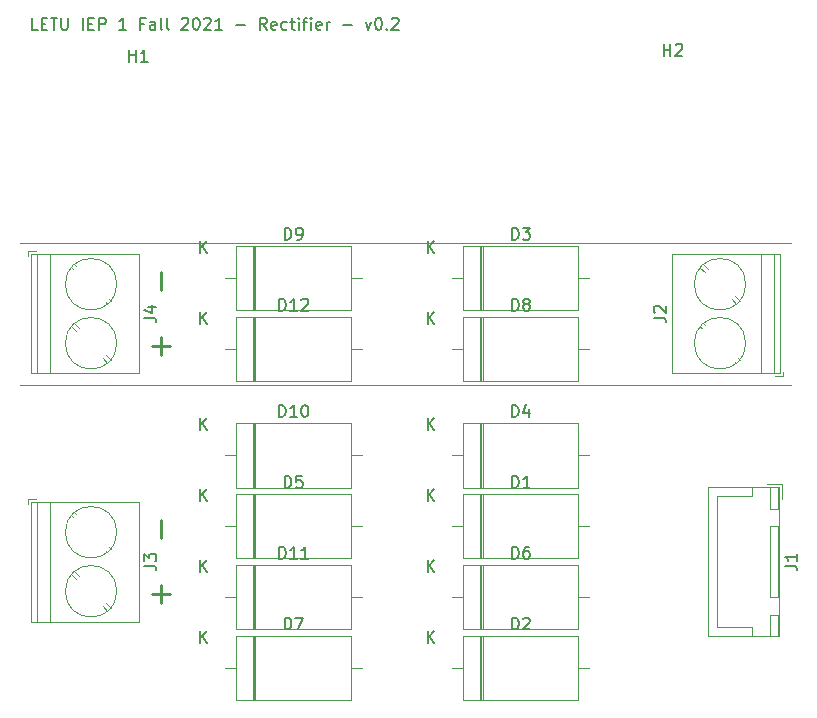
<source format=gto>
G04 #@! TF.GenerationSoftware,KiCad,Pcbnew,5.1.10*
G04 #@! TF.CreationDate,2021-06-04T18:58:03-05:00*
G04 #@! TF.ProjectId,Rectifier,52656374-6966-4696-9572-2e6b69636164,rev?*
G04 #@! TF.SameCoordinates,Original*
G04 #@! TF.FileFunction,Legend,Top*
G04 #@! TF.FilePolarity,Positive*
%FSLAX46Y46*%
G04 Gerber Fmt 4.6, Leading zero omitted, Abs format (unit mm)*
G04 Created by KiCad (PCBNEW 5.1.10) date 2021-06-04 18:58:03*
%MOMM*%
%LPD*%
G01*
G04 APERTURE LIST*
%ADD10C,0.250000*%
%ADD11C,0.150000*%
%ADD12C,0.120000*%
%ADD13C,0.900000*%
%ADD14C,10.600000*%
%ADD15C,2.600000*%
%ADD16R,2.600000X2.600000*%
%ADD17O,1.950000X1.700000*%
%ADD18O,3.200000X3.200000*%
%ADD19R,3.200000X3.200000*%
G04 APERTURE END LIST*
D10*
X132142857Y-79023809D02*
X132142857Y-77500000D01*
X132904761Y-78261904D02*
X131380952Y-78261904D01*
X132142857Y-73500000D02*
X132142857Y-71976190D01*
X132142857Y-58023809D02*
X132142857Y-56500000D01*
X132904761Y-57261904D02*
X131380952Y-57261904D01*
X132142857Y-52500000D02*
X132142857Y-50976190D01*
D11*
X121726190Y-30452380D02*
X121250000Y-30452380D01*
X121250000Y-29452380D01*
X122059523Y-29928571D02*
X122392857Y-29928571D01*
X122535714Y-30452380D02*
X122059523Y-30452380D01*
X122059523Y-29452380D01*
X122535714Y-29452380D01*
X122821428Y-29452380D02*
X123392857Y-29452380D01*
X123107142Y-30452380D02*
X123107142Y-29452380D01*
X123726190Y-29452380D02*
X123726190Y-30261904D01*
X123773809Y-30357142D01*
X123821428Y-30404761D01*
X123916666Y-30452380D01*
X124107142Y-30452380D01*
X124202380Y-30404761D01*
X124250000Y-30357142D01*
X124297619Y-30261904D01*
X124297619Y-29452380D01*
X125535714Y-30452380D02*
X125535714Y-29452380D01*
X126011904Y-29928571D02*
X126345238Y-29928571D01*
X126488095Y-30452380D02*
X126011904Y-30452380D01*
X126011904Y-29452380D01*
X126488095Y-29452380D01*
X126916666Y-30452380D02*
X126916666Y-29452380D01*
X127297619Y-29452380D01*
X127392857Y-29500000D01*
X127440476Y-29547619D01*
X127488095Y-29642857D01*
X127488095Y-29785714D01*
X127440476Y-29880952D01*
X127392857Y-29928571D01*
X127297619Y-29976190D01*
X126916666Y-29976190D01*
X129202380Y-30452380D02*
X128630952Y-30452380D01*
X128916666Y-30452380D02*
X128916666Y-29452380D01*
X128821428Y-29595238D01*
X128726190Y-29690476D01*
X128630952Y-29738095D01*
X130726190Y-29928571D02*
X130392857Y-29928571D01*
X130392857Y-30452380D02*
X130392857Y-29452380D01*
X130869047Y-29452380D01*
X131678571Y-30452380D02*
X131678571Y-29928571D01*
X131630952Y-29833333D01*
X131535714Y-29785714D01*
X131345238Y-29785714D01*
X131250000Y-29833333D01*
X131678571Y-30404761D02*
X131583333Y-30452380D01*
X131345238Y-30452380D01*
X131250000Y-30404761D01*
X131202380Y-30309523D01*
X131202380Y-30214285D01*
X131250000Y-30119047D01*
X131345238Y-30071428D01*
X131583333Y-30071428D01*
X131678571Y-30023809D01*
X132297619Y-30452380D02*
X132202380Y-30404761D01*
X132154761Y-30309523D01*
X132154761Y-29452380D01*
X132821428Y-30452380D02*
X132726190Y-30404761D01*
X132678571Y-30309523D01*
X132678571Y-29452380D01*
X133916666Y-29547619D02*
X133964285Y-29500000D01*
X134059523Y-29452380D01*
X134297619Y-29452380D01*
X134392857Y-29500000D01*
X134440476Y-29547619D01*
X134488095Y-29642857D01*
X134488095Y-29738095D01*
X134440476Y-29880952D01*
X133869047Y-30452380D01*
X134488095Y-30452380D01*
X135107142Y-29452380D02*
X135202380Y-29452380D01*
X135297619Y-29500000D01*
X135345238Y-29547619D01*
X135392857Y-29642857D01*
X135440476Y-29833333D01*
X135440476Y-30071428D01*
X135392857Y-30261904D01*
X135345238Y-30357142D01*
X135297619Y-30404761D01*
X135202380Y-30452380D01*
X135107142Y-30452380D01*
X135011904Y-30404761D01*
X134964285Y-30357142D01*
X134916666Y-30261904D01*
X134869047Y-30071428D01*
X134869047Y-29833333D01*
X134916666Y-29642857D01*
X134964285Y-29547619D01*
X135011904Y-29500000D01*
X135107142Y-29452380D01*
X135821428Y-29547619D02*
X135869047Y-29500000D01*
X135964285Y-29452380D01*
X136202380Y-29452380D01*
X136297619Y-29500000D01*
X136345238Y-29547619D01*
X136392857Y-29642857D01*
X136392857Y-29738095D01*
X136345238Y-29880952D01*
X135773809Y-30452380D01*
X136392857Y-30452380D01*
X137345238Y-30452380D02*
X136773809Y-30452380D01*
X137059523Y-30452380D02*
X137059523Y-29452380D01*
X136964285Y-29595238D01*
X136869047Y-29690476D01*
X136773809Y-29738095D01*
X138535714Y-30071428D02*
X139297619Y-30071428D01*
X141107142Y-30452380D02*
X140773809Y-29976190D01*
X140535714Y-30452380D02*
X140535714Y-29452380D01*
X140916666Y-29452380D01*
X141011904Y-29500000D01*
X141059523Y-29547619D01*
X141107142Y-29642857D01*
X141107142Y-29785714D01*
X141059523Y-29880952D01*
X141011904Y-29928571D01*
X140916666Y-29976190D01*
X140535714Y-29976190D01*
X141916666Y-30404761D02*
X141821428Y-30452380D01*
X141630952Y-30452380D01*
X141535714Y-30404761D01*
X141488095Y-30309523D01*
X141488095Y-29928571D01*
X141535714Y-29833333D01*
X141630952Y-29785714D01*
X141821428Y-29785714D01*
X141916666Y-29833333D01*
X141964285Y-29928571D01*
X141964285Y-30023809D01*
X141488095Y-30119047D01*
X142821428Y-30404761D02*
X142726190Y-30452380D01*
X142535714Y-30452380D01*
X142440476Y-30404761D01*
X142392857Y-30357142D01*
X142345238Y-30261904D01*
X142345238Y-29976190D01*
X142392857Y-29880952D01*
X142440476Y-29833333D01*
X142535714Y-29785714D01*
X142726190Y-29785714D01*
X142821428Y-29833333D01*
X143107142Y-29785714D02*
X143488095Y-29785714D01*
X143250000Y-29452380D02*
X143250000Y-30309523D01*
X143297619Y-30404761D01*
X143392857Y-30452380D01*
X143488095Y-30452380D01*
X143821428Y-30452380D02*
X143821428Y-29785714D01*
X143821428Y-29452380D02*
X143773809Y-29500000D01*
X143821428Y-29547619D01*
X143869047Y-29500000D01*
X143821428Y-29452380D01*
X143821428Y-29547619D01*
X144154761Y-29785714D02*
X144535714Y-29785714D01*
X144297619Y-30452380D02*
X144297619Y-29595238D01*
X144345238Y-29500000D01*
X144440476Y-29452380D01*
X144535714Y-29452380D01*
X144869047Y-30452380D02*
X144869047Y-29785714D01*
X144869047Y-29452380D02*
X144821428Y-29500000D01*
X144869047Y-29547619D01*
X144916666Y-29500000D01*
X144869047Y-29452380D01*
X144869047Y-29547619D01*
X145726190Y-30404761D02*
X145630952Y-30452380D01*
X145440476Y-30452380D01*
X145345238Y-30404761D01*
X145297619Y-30309523D01*
X145297619Y-29928571D01*
X145345238Y-29833333D01*
X145440476Y-29785714D01*
X145630952Y-29785714D01*
X145726190Y-29833333D01*
X145773809Y-29928571D01*
X145773809Y-30023809D01*
X145297619Y-30119047D01*
X146202380Y-30452380D02*
X146202380Y-29785714D01*
X146202380Y-29976190D02*
X146250000Y-29880952D01*
X146297619Y-29833333D01*
X146392857Y-29785714D01*
X146488095Y-29785714D01*
X147583333Y-30071428D02*
X148345238Y-30071428D01*
X149488095Y-29785714D02*
X149726190Y-30452380D01*
X149964285Y-29785714D01*
X150535714Y-29452380D02*
X150630952Y-29452380D01*
X150726190Y-29500000D01*
X150773809Y-29547619D01*
X150821428Y-29642857D01*
X150869047Y-29833333D01*
X150869047Y-30071428D01*
X150821428Y-30261904D01*
X150773809Y-30357142D01*
X150726190Y-30404761D01*
X150630952Y-30452380D01*
X150535714Y-30452380D01*
X150440476Y-30404761D01*
X150392857Y-30357142D01*
X150345238Y-30261904D01*
X150297619Y-30071428D01*
X150297619Y-29833333D01*
X150345238Y-29642857D01*
X150392857Y-29547619D01*
X150440476Y-29500000D01*
X150535714Y-29452380D01*
X151297619Y-30357142D02*
X151345238Y-30404761D01*
X151297619Y-30452380D01*
X151250000Y-30404761D01*
X151297619Y-30357142D01*
X151297619Y-30452380D01*
X151726190Y-29547619D02*
X151773809Y-29500000D01*
X151869047Y-29452380D01*
X152107142Y-29452380D01*
X152202380Y-29500000D01*
X152250000Y-29547619D01*
X152297619Y-29642857D01*
X152297619Y-29738095D01*
X152250000Y-29880952D01*
X151678571Y-30452380D01*
X152297619Y-30452380D01*
D12*
X185500000Y-60500000D02*
X120250000Y-60500000D01*
X185500000Y-48500000D02*
X120250000Y-48500000D01*
X120950000Y-49200000D02*
X120950000Y-49600000D01*
X121590000Y-49200000D02*
X120950000Y-49200000D01*
X125258000Y-55742000D02*
X124862000Y-55347000D01*
X127904000Y-58388000D02*
X127524000Y-58008000D01*
X124976000Y-55993000D02*
X124596000Y-55613000D01*
X127638000Y-58654000D02*
X127242000Y-58259000D01*
X124969000Y-50452000D02*
X124862000Y-50346000D01*
X127904000Y-53388000D02*
X127797000Y-53281000D01*
X124703000Y-50718000D02*
X124596000Y-50612000D01*
X127638000Y-53654000D02*
X127531000Y-53547000D01*
X130310000Y-59560000D02*
X121190000Y-59560000D01*
X130310000Y-49440000D02*
X121190000Y-49440000D01*
X121190000Y-49440000D02*
X121190000Y-59560000D01*
X130310000Y-49440000D02*
X130310000Y-59560000D01*
X122750000Y-49440000D02*
X122750000Y-59560000D01*
X121650000Y-49440000D02*
X121650000Y-59560000D01*
X128430000Y-57000000D02*
G75*
G03*
X128430000Y-57000000I-2180000J0D01*
G01*
X128430000Y-52000000D02*
G75*
G03*
X128430000Y-52000000I-2180000J0D01*
G01*
X120950000Y-70200000D02*
X120950000Y-70600000D01*
X121590000Y-70200000D02*
X120950000Y-70200000D01*
X125258000Y-76742000D02*
X124862000Y-76347000D01*
X127904000Y-79388000D02*
X127524000Y-79008000D01*
X124976000Y-76993000D02*
X124596000Y-76613000D01*
X127638000Y-79654000D02*
X127242000Y-79259000D01*
X124969000Y-71452000D02*
X124862000Y-71346000D01*
X127904000Y-74388000D02*
X127797000Y-74281000D01*
X124703000Y-71718000D02*
X124596000Y-71612000D01*
X127638000Y-74654000D02*
X127531000Y-74547000D01*
X130310000Y-80560000D02*
X121190000Y-80560000D01*
X130310000Y-70440000D02*
X121190000Y-70440000D01*
X121190000Y-70440000D02*
X121190000Y-80560000D01*
X130310000Y-70440000D02*
X130310000Y-80560000D01*
X122750000Y-70440000D02*
X122750000Y-80560000D01*
X121650000Y-70440000D02*
X121650000Y-80560000D01*
X128430000Y-78000000D02*
G75*
G03*
X128430000Y-78000000I-2180000J0D01*
G01*
X128430000Y-73000000D02*
G75*
G03*
X128430000Y-73000000I-2180000J0D01*
G01*
X184800000Y-59800000D02*
X184800000Y-59400000D01*
X184160000Y-59800000D02*
X184800000Y-59800000D01*
X180492000Y-53258000D02*
X180888000Y-53653000D01*
X177846000Y-50612000D02*
X178226000Y-50992000D01*
X180774000Y-53007000D02*
X181154000Y-53387000D01*
X178112000Y-50346000D02*
X178508000Y-50741000D01*
X180781000Y-58548000D02*
X180888000Y-58654000D01*
X177846000Y-55612000D02*
X177953000Y-55719000D01*
X181047000Y-58282000D02*
X181154000Y-58388000D01*
X178112000Y-55346000D02*
X178219000Y-55453000D01*
X175440000Y-49440000D02*
X184560000Y-49440000D01*
X175440000Y-59560000D02*
X184560000Y-59560000D01*
X184560000Y-59560000D02*
X184560000Y-49440000D01*
X175440000Y-59560000D02*
X175440000Y-49440000D01*
X183000000Y-59560000D02*
X183000000Y-49440000D01*
X184100000Y-59560000D02*
X184100000Y-49440000D01*
X181680000Y-52000000D02*
G75*
G03*
X181680000Y-52000000I-2180000J0D01*
G01*
X181680000Y-57000000D02*
G75*
G03*
X181680000Y-57000000I-2180000J0D01*
G01*
X184750000Y-68900000D02*
X183500000Y-68900000D01*
X184750000Y-70150000D02*
X184750000Y-68900000D01*
X179250000Y-81050000D02*
X179250000Y-75500000D01*
X182200000Y-81050000D02*
X179250000Y-81050000D01*
X182200000Y-81800000D02*
X182200000Y-81050000D01*
X179250000Y-69950000D02*
X179250000Y-75500000D01*
X182200000Y-69950000D02*
X179250000Y-69950000D01*
X182200000Y-69200000D02*
X182200000Y-69950000D01*
X184450000Y-81800000D02*
X184450000Y-80000000D01*
X183700000Y-81800000D02*
X184450000Y-81800000D01*
X183700000Y-80000000D02*
X183700000Y-81800000D01*
X184450000Y-80000000D02*
X183700000Y-80000000D01*
X184450000Y-71000000D02*
X184450000Y-69200000D01*
X183700000Y-71000000D02*
X184450000Y-71000000D01*
X183700000Y-69200000D02*
X183700000Y-71000000D01*
X184450000Y-69200000D02*
X183700000Y-69200000D01*
X184450000Y-78500000D02*
X184450000Y-72500000D01*
X183700000Y-78500000D02*
X184450000Y-78500000D01*
X183700000Y-72500000D02*
X183700000Y-78500000D01*
X184450000Y-72500000D02*
X183700000Y-72500000D01*
X184460000Y-81810000D02*
X184460000Y-69190000D01*
X178490000Y-81810000D02*
X184460000Y-81810000D01*
X178490000Y-69190000D02*
X178490000Y-81810000D01*
X184460000Y-69190000D02*
X178490000Y-69190000D01*
X139925000Y-54780000D02*
X139925000Y-60220000D01*
X140165000Y-54780000D02*
X140165000Y-60220000D01*
X140045000Y-54780000D02*
X140045000Y-60220000D01*
X149150000Y-57500000D02*
X148240000Y-57500000D01*
X137590000Y-57500000D02*
X138500000Y-57500000D01*
X148240000Y-54780000D02*
X138500000Y-54780000D01*
X148240000Y-60220000D02*
X148240000Y-54780000D01*
X138500000Y-60220000D02*
X148240000Y-60220000D01*
X138500000Y-54780000D02*
X138500000Y-60220000D01*
X139925000Y-75780000D02*
X139925000Y-81220000D01*
X140165000Y-75780000D02*
X140165000Y-81220000D01*
X140045000Y-75780000D02*
X140045000Y-81220000D01*
X149150000Y-78500000D02*
X148240000Y-78500000D01*
X137590000Y-78500000D02*
X138500000Y-78500000D01*
X148240000Y-75780000D02*
X138500000Y-75780000D01*
X148240000Y-81220000D02*
X148240000Y-75780000D01*
X138500000Y-81220000D02*
X148240000Y-81220000D01*
X138500000Y-75780000D02*
X138500000Y-81220000D01*
X139925000Y-63780000D02*
X139925000Y-69220000D01*
X140165000Y-63780000D02*
X140165000Y-69220000D01*
X140045000Y-63780000D02*
X140045000Y-69220000D01*
X149150000Y-66500000D02*
X148240000Y-66500000D01*
X137590000Y-66500000D02*
X138500000Y-66500000D01*
X148240000Y-63780000D02*
X138500000Y-63780000D01*
X148240000Y-69220000D02*
X148240000Y-63780000D01*
X138500000Y-69220000D02*
X148240000Y-69220000D01*
X138500000Y-63780000D02*
X138500000Y-69220000D01*
X139925000Y-48780000D02*
X139925000Y-54220000D01*
X140165000Y-48780000D02*
X140165000Y-54220000D01*
X140045000Y-48780000D02*
X140045000Y-54220000D01*
X149150000Y-51500000D02*
X148240000Y-51500000D01*
X137590000Y-51500000D02*
X138500000Y-51500000D01*
X148240000Y-48780000D02*
X138500000Y-48780000D01*
X148240000Y-54220000D02*
X148240000Y-48780000D01*
X138500000Y-54220000D02*
X148240000Y-54220000D01*
X138500000Y-48780000D02*
X138500000Y-54220000D01*
X159175000Y-54780000D02*
X159175000Y-60220000D01*
X159415000Y-54780000D02*
X159415000Y-60220000D01*
X159295000Y-54780000D02*
X159295000Y-60220000D01*
X168400000Y-57500000D02*
X167490000Y-57500000D01*
X156840000Y-57500000D02*
X157750000Y-57500000D01*
X167490000Y-54780000D02*
X157750000Y-54780000D01*
X167490000Y-60220000D02*
X167490000Y-54780000D01*
X157750000Y-60220000D02*
X167490000Y-60220000D01*
X157750000Y-54780000D02*
X157750000Y-60220000D01*
X139925000Y-81780000D02*
X139925000Y-87220000D01*
X140165000Y-81780000D02*
X140165000Y-87220000D01*
X140045000Y-81780000D02*
X140045000Y-87220000D01*
X149150000Y-84500000D02*
X148240000Y-84500000D01*
X137590000Y-84500000D02*
X138500000Y-84500000D01*
X148240000Y-81780000D02*
X138500000Y-81780000D01*
X148240000Y-87220000D02*
X148240000Y-81780000D01*
X138500000Y-87220000D02*
X148240000Y-87220000D01*
X138500000Y-81780000D02*
X138500000Y-87220000D01*
X159175000Y-75780000D02*
X159175000Y-81220000D01*
X159415000Y-75780000D02*
X159415000Y-81220000D01*
X159295000Y-75780000D02*
X159295000Y-81220000D01*
X168400000Y-78500000D02*
X167490000Y-78500000D01*
X156840000Y-78500000D02*
X157750000Y-78500000D01*
X167490000Y-75780000D02*
X157750000Y-75780000D01*
X167490000Y-81220000D02*
X167490000Y-75780000D01*
X157750000Y-81220000D02*
X167490000Y-81220000D01*
X157750000Y-75780000D02*
X157750000Y-81220000D01*
X139925000Y-69780000D02*
X139925000Y-75220000D01*
X140165000Y-69780000D02*
X140165000Y-75220000D01*
X140045000Y-69780000D02*
X140045000Y-75220000D01*
X149150000Y-72500000D02*
X148240000Y-72500000D01*
X137590000Y-72500000D02*
X138500000Y-72500000D01*
X148240000Y-69780000D02*
X138500000Y-69780000D01*
X148240000Y-75220000D02*
X148240000Y-69780000D01*
X138500000Y-75220000D02*
X148240000Y-75220000D01*
X138500000Y-69780000D02*
X138500000Y-75220000D01*
X159175000Y-63780000D02*
X159175000Y-69220000D01*
X159415000Y-63780000D02*
X159415000Y-69220000D01*
X159295000Y-63780000D02*
X159295000Y-69220000D01*
X168400000Y-66500000D02*
X167490000Y-66500000D01*
X156840000Y-66500000D02*
X157750000Y-66500000D01*
X167490000Y-63780000D02*
X157750000Y-63780000D01*
X167490000Y-69220000D02*
X167490000Y-63780000D01*
X157750000Y-69220000D02*
X167490000Y-69220000D01*
X157750000Y-63780000D02*
X157750000Y-69220000D01*
X159175000Y-48780000D02*
X159175000Y-54220000D01*
X159415000Y-48780000D02*
X159415000Y-54220000D01*
X159295000Y-48780000D02*
X159295000Y-54220000D01*
X168400000Y-51500000D02*
X167490000Y-51500000D01*
X156840000Y-51500000D02*
X157750000Y-51500000D01*
X167490000Y-48780000D02*
X157750000Y-48780000D01*
X167490000Y-54220000D02*
X167490000Y-48780000D01*
X157750000Y-54220000D02*
X167490000Y-54220000D01*
X157750000Y-48780000D02*
X157750000Y-54220000D01*
X159175000Y-81780000D02*
X159175000Y-87220000D01*
X159415000Y-81780000D02*
X159415000Y-87220000D01*
X159295000Y-81780000D02*
X159295000Y-87220000D01*
X168400000Y-84500000D02*
X167490000Y-84500000D01*
X156840000Y-84500000D02*
X157750000Y-84500000D01*
X167490000Y-81780000D02*
X157750000Y-81780000D01*
X167490000Y-87220000D02*
X167490000Y-81780000D01*
X157750000Y-87220000D02*
X167490000Y-87220000D01*
X157750000Y-81780000D02*
X157750000Y-87220000D01*
X159175000Y-69780000D02*
X159175000Y-75220000D01*
X159415000Y-69780000D02*
X159415000Y-75220000D01*
X159295000Y-69780000D02*
X159295000Y-75220000D01*
X168400000Y-72500000D02*
X167490000Y-72500000D01*
X156840000Y-72500000D02*
X157750000Y-72500000D01*
X167490000Y-69780000D02*
X157750000Y-69780000D01*
X167490000Y-75220000D02*
X167490000Y-69780000D01*
X157750000Y-75220000D02*
X167490000Y-75220000D01*
X157750000Y-69780000D02*
X157750000Y-75220000D01*
D11*
X174738095Y-32652380D02*
X174738095Y-31652380D01*
X174738095Y-32128571D02*
X175309523Y-32128571D01*
X175309523Y-32652380D02*
X175309523Y-31652380D01*
X175738095Y-31747619D02*
X175785714Y-31700000D01*
X175880952Y-31652380D01*
X176119047Y-31652380D01*
X176214285Y-31700000D01*
X176261904Y-31747619D01*
X176309523Y-31842857D01*
X176309523Y-31938095D01*
X176261904Y-32080952D01*
X175690476Y-32652380D01*
X176309523Y-32652380D01*
X129488095Y-33152380D02*
X129488095Y-32152380D01*
X129488095Y-32628571D02*
X130059523Y-32628571D01*
X130059523Y-33152380D02*
X130059523Y-32152380D01*
X131059523Y-33152380D02*
X130488095Y-33152380D01*
X130773809Y-33152380D02*
X130773809Y-32152380D01*
X130678571Y-32295238D01*
X130583333Y-32390476D01*
X130488095Y-32438095D01*
X130762380Y-54833333D02*
X131476666Y-54833333D01*
X131619523Y-54880952D01*
X131714761Y-54976190D01*
X131762380Y-55119047D01*
X131762380Y-55214285D01*
X131095714Y-53928571D02*
X131762380Y-53928571D01*
X130714761Y-54166666D02*
X131429047Y-54404761D01*
X131429047Y-53785714D01*
X130762380Y-75833333D02*
X131476666Y-75833333D01*
X131619523Y-75880952D01*
X131714761Y-75976190D01*
X131762380Y-76119047D01*
X131762380Y-76214285D01*
X130762380Y-75452380D02*
X130762380Y-74833333D01*
X131143333Y-75166666D01*
X131143333Y-75023809D01*
X131190952Y-74928571D01*
X131238571Y-74880952D01*
X131333809Y-74833333D01*
X131571904Y-74833333D01*
X131667142Y-74880952D01*
X131714761Y-74928571D01*
X131762380Y-75023809D01*
X131762380Y-75309523D01*
X131714761Y-75404761D01*
X131667142Y-75452380D01*
X173892380Y-54833333D02*
X174606666Y-54833333D01*
X174749523Y-54880952D01*
X174844761Y-54976190D01*
X174892380Y-55119047D01*
X174892380Y-55214285D01*
X173987619Y-54404761D02*
X173940000Y-54357142D01*
X173892380Y-54261904D01*
X173892380Y-54023809D01*
X173940000Y-53928571D01*
X173987619Y-53880952D01*
X174082857Y-53833333D01*
X174178095Y-53833333D01*
X174320952Y-53880952D01*
X174892380Y-54452380D01*
X174892380Y-53833333D01*
X185002380Y-75833333D02*
X185716666Y-75833333D01*
X185859523Y-75880952D01*
X185954761Y-75976190D01*
X186002380Y-76119047D01*
X186002380Y-76214285D01*
X186002380Y-74833333D02*
X186002380Y-75404761D01*
X186002380Y-75119047D02*
X185002380Y-75119047D01*
X185145238Y-75214285D01*
X185240476Y-75309523D01*
X185288095Y-75404761D01*
X142155714Y-54232380D02*
X142155714Y-53232380D01*
X142393809Y-53232380D01*
X142536666Y-53280000D01*
X142631904Y-53375238D01*
X142679523Y-53470476D01*
X142727142Y-53660952D01*
X142727142Y-53803809D01*
X142679523Y-53994285D01*
X142631904Y-54089523D01*
X142536666Y-54184761D01*
X142393809Y-54232380D01*
X142155714Y-54232380D01*
X143679523Y-54232380D02*
X143108095Y-54232380D01*
X143393809Y-54232380D02*
X143393809Y-53232380D01*
X143298571Y-53375238D01*
X143203333Y-53470476D01*
X143108095Y-53518095D01*
X144060476Y-53327619D02*
X144108095Y-53280000D01*
X144203333Y-53232380D01*
X144441428Y-53232380D01*
X144536666Y-53280000D01*
X144584285Y-53327619D01*
X144631904Y-53422857D01*
X144631904Y-53518095D01*
X144584285Y-53660952D01*
X144012857Y-54232380D01*
X144631904Y-54232380D01*
X135488095Y-55352380D02*
X135488095Y-54352380D01*
X136059523Y-55352380D02*
X135630952Y-54780952D01*
X136059523Y-54352380D02*
X135488095Y-54923809D01*
X142155714Y-75232380D02*
X142155714Y-74232380D01*
X142393809Y-74232380D01*
X142536666Y-74280000D01*
X142631904Y-74375238D01*
X142679523Y-74470476D01*
X142727142Y-74660952D01*
X142727142Y-74803809D01*
X142679523Y-74994285D01*
X142631904Y-75089523D01*
X142536666Y-75184761D01*
X142393809Y-75232380D01*
X142155714Y-75232380D01*
X143679523Y-75232380D02*
X143108095Y-75232380D01*
X143393809Y-75232380D02*
X143393809Y-74232380D01*
X143298571Y-74375238D01*
X143203333Y-74470476D01*
X143108095Y-74518095D01*
X144631904Y-75232380D02*
X144060476Y-75232380D01*
X144346190Y-75232380D02*
X144346190Y-74232380D01*
X144250952Y-74375238D01*
X144155714Y-74470476D01*
X144060476Y-74518095D01*
X135488095Y-76352380D02*
X135488095Y-75352380D01*
X136059523Y-76352380D02*
X135630952Y-75780952D01*
X136059523Y-75352380D02*
X135488095Y-75923809D01*
X142155714Y-63232380D02*
X142155714Y-62232380D01*
X142393809Y-62232380D01*
X142536666Y-62280000D01*
X142631904Y-62375238D01*
X142679523Y-62470476D01*
X142727142Y-62660952D01*
X142727142Y-62803809D01*
X142679523Y-62994285D01*
X142631904Y-63089523D01*
X142536666Y-63184761D01*
X142393809Y-63232380D01*
X142155714Y-63232380D01*
X143679523Y-63232380D02*
X143108095Y-63232380D01*
X143393809Y-63232380D02*
X143393809Y-62232380D01*
X143298571Y-62375238D01*
X143203333Y-62470476D01*
X143108095Y-62518095D01*
X144298571Y-62232380D02*
X144393809Y-62232380D01*
X144489047Y-62280000D01*
X144536666Y-62327619D01*
X144584285Y-62422857D01*
X144631904Y-62613333D01*
X144631904Y-62851428D01*
X144584285Y-63041904D01*
X144536666Y-63137142D01*
X144489047Y-63184761D01*
X144393809Y-63232380D01*
X144298571Y-63232380D01*
X144203333Y-63184761D01*
X144155714Y-63137142D01*
X144108095Y-63041904D01*
X144060476Y-62851428D01*
X144060476Y-62613333D01*
X144108095Y-62422857D01*
X144155714Y-62327619D01*
X144203333Y-62280000D01*
X144298571Y-62232380D01*
X135488095Y-64352380D02*
X135488095Y-63352380D01*
X136059523Y-64352380D02*
X135630952Y-63780952D01*
X136059523Y-63352380D02*
X135488095Y-63923809D01*
X142631904Y-48232380D02*
X142631904Y-47232380D01*
X142870000Y-47232380D01*
X143012857Y-47280000D01*
X143108095Y-47375238D01*
X143155714Y-47470476D01*
X143203333Y-47660952D01*
X143203333Y-47803809D01*
X143155714Y-47994285D01*
X143108095Y-48089523D01*
X143012857Y-48184761D01*
X142870000Y-48232380D01*
X142631904Y-48232380D01*
X143679523Y-48232380D02*
X143870000Y-48232380D01*
X143965238Y-48184761D01*
X144012857Y-48137142D01*
X144108095Y-47994285D01*
X144155714Y-47803809D01*
X144155714Y-47422857D01*
X144108095Y-47327619D01*
X144060476Y-47280000D01*
X143965238Y-47232380D01*
X143774761Y-47232380D01*
X143679523Y-47280000D01*
X143631904Y-47327619D01*
X143584285Y-47422857D01*
X143584285Y-47660952D01*
X143631904Y-47756190D01*
X143679523Y-47803809D01*
X143774761Y-47851428D01*
X143965238Y-47851428D01*
X144060476Y-47803809D01*
X144108095Y-47756190D01*
X144155714Y-47660952D01*
X135488095Y-49352380D02*
X135488095Y-48352380D01*
X136059523Y-49352380D02*
X135630952Y-48780952D01*
X136059523Y-48352380D02*
X135488095Y-48923809D01*
X161881904Y-54232380D02*
X161881904Y-53232380D01*
X162120000Y-53232380D01*
X162262857Y-53280000D01*
X162358095Y-53375238D01*
X162405714Y-53470476D01*
X162453333Y-53660952D01*
X162453333Y-53803809D01*
X162405714Y-53994285D01*
X162358095Y-54089523D01*
X162262857Y-54184761D01*
X162120000Y-54232380D01*
X161881904Y-54232380D01*
X163024761Y-53660952D02*
X162929523Y-53613333D01*
X162881904Y-53565714D01*
X162834285Y-53470476D01*
X162834285Y-53422857D01*
X162881904Y-53327619D01*
X162929523Y-53280000D01*
X163024761Y-53232380D01*
X163215238Y-53232380D01*
X163310476Y-53280000D01*
X163358095Y-53327619D01*
X163405714Y-53422857D01*
X163405714Y-53470476D01*
X163358095Y-53565714D01*
X163310476Y-53613333D01*
X163215238Y-53660952D01*
X163024761Y-53660952D01*
X162929523Y-53708571D01*
X162881904Y-53756190D01*
X162834285Y-53851428D01*
X162834285Y-54041904D01*
X162881904Y-54137142D01*
X162929523Y-54184761D01*
X163024761Y-54232380D01*
X163215238Y-54232380D01*
X163310476Y-54184761D01*
X163358095Y-54137142D01*
X163405714Y-54041904D01*
X163405714Y-53851428D01*
X163358095Y-53756190D01*
X163310476Y-53708571D01*
X163215238Y-53660952D01*
X154738095Y-55352380D02*
X154738095Y-54352380D01*
X155309523Y-55352380D02*
X154880952Y-54780952D01*
X155309523Y-54352380D02*
X154738095Y-54923809D01*
X142631904Y-81232380D02*
X142631904Y-80232380D01*
X142870000Y-80232380D01*
X143012857Y-80280000D01*
X143108095Y-80375238D01*
X143155714Y-80470476D01*
X143203333Y-80660952D01*
X143203333Y-80803809D01*
X143155714Y-80994285D01*
X143108095Y-81089523D01*
X143012857Y-81184761D01*
X142870000Y-81232380D01*
X142631904Y-81232380D01*
X143536666Y-80232380D02*
X144203333Y-80232380D01*
X143774761Y-81232380D01*
X135488095Y-82352380D02*
X135488095Y-81352380D01*
X136059523Y-82352380D02*
X135630952Y-81780952D01*
X136059523Y-81352380D02*
X135488095Y-81923809D01*
X161881904Y-75232380D02*
X161881904Y-74232380D01*
X162120000Y-74232380D01*
X162262857Y-74280000D01*
X162358095Y-74375238D01*
X162405714Y-74470476D01*
X162453333Y-74660952D01*
X162453333Y-74803809D01*
X162405714Y-74994285D01*
X162358095Y-75089523D01*
X162262857Y-75184761D01*
X162120000Y-75232380D01*
X161881904Y-75232380D01*
X163310476Y-74232380D02*
X163120000Y-74232380D01*
X163024761Y-74280000D01*
X162977142Y-74327619D01*
X162881904Y-74470476D01*
X162834285Y-74660952D01*
X162834285Y-75041904D01*
X162881904Y-75137142D01*
X162929523Y-75184761D01*
X163024761Y-75232380D01*
X163215238Y-75232380D01*
X163310476Y-75184761D01*
X163358095Y-75137142D01*
X163405714Y-75041904D01*
X163405714Y-74803809D01*
X163358095Y-74708571D01*
X163310476Y-74660952D01*
X163215238Y-74613333D01*
X163024761Y-74613333D01*
X162929523Y-74660952D01*
X162881904Y-74708571D01*
X162834285Y-74803809D01*
X154738095Y-76352380D02*
X154738095Y-75352380D01*
X155309523Y-76352380D02*
X154880952Y-75780952D01*
X155309523Y-75352380D02*
X154738095Y-75923809D01*
X142631904Y-69232380D02*
X142631904Y-68232380D01*
X142870000Y-68232380D01*
X143012857Y-68280000D01*
X143108095Y-68375238D01*
X143155714Y-68470476D01*
X143203333Y-68660952D01*
X143203333Y-68803809D01*
X143155714Y-68994285D01*
X143108095Y-69089523D01*
X143012857Y-69184761D01*
X142870000Y-69232380D01*
X142631904Y-69232380D01*
X144108095Y-68232380D02*
X143631904Y-68232380D01*
X143584285Y-68708571D01*
X143631904Y-68660952D01*
X143727142Y-68613333D01*
X143965238Y-68613333D01*
X144060476Y-68660952D01*
X144108095Y-68708571D01*
X144155714Y-68803809D01*
X144155714Y-69041904D01*
X144108095Y-69137142D01*
X144060476Y-69184761D01*
X143965238Y-69232380D01*
X143727142Y-69232380D01*
X143631904Y-69184761D01*
X143584285Y-69137142D01*
X135488095Y-70352380D02*
X135488095Y-69352380D01*
X136059523Y-70352380D02*
X135630952Y-69780952D01*
X136059523Y-69352380D02*
X135488095Y-69923809D01*
X161881904Y-63232380D02*
X161881904Y-62232380D01*
X162120000Y-62232380D01*
X162262857Y-62280000D01*
X162358095Y-62375238D01*
X162405714Y-62470476D01*
X162453333Y-62660952D01*
X162453333Y-62803809D01*
X162405714Y-62994285D01*
X162358095Y-63089523D01*
X162262857Y-63184761D01*
X162120000Y-63232380D01*
X161881904Y-63232380D01*
X163310476Y-62565714D02*
X163310476Y-63232380D01*
X163072380Y-62184761D02*
X162834285Y-62899047D01*
X163453333Y-62899047D01*
X154738095Y-64352380D02*
X154738095Y-63352380D01*
X155309523Y-64352380D02*
X154880952Y-63780952D01*
X155309523Y-63352380D02*
X154738095Y-63923809D01*
X161881904Y-48232380D02*
X161881904Y-47232380D01*
X162120000Y-47232380D01*
X162262857Y-47280000D01*
X162358095Y-47375238D01*
X162405714Y-47470476D01*
X162453333Y-47660952D01*
X162453333Y-47803809D01*
X162405714Y-47994285D01*
X162358095Y-48089523D01*
X162262857Y-48184761D01*
X162120000Y-48232380D01*
X161881904Y-48232380D01*
X162786666Y-47232380D02*
X163405714Y-47232380D01*
X163072380Y-47613333D01*
X163215238Y-47613333D01*
X163310476Y-47660952D01*
X163358095Y-47708571D01*
X163405714Y-47803809D01*
X163405714Y-48041904D01*
X163358095Y-48137142D01*
X163310476Y-48184761D01*
X163215238Y-48232380D01*
X162929523Y-48232380D01*
X162834285Y-48184761D01*
X162786666Y-48137142D01*
X154738095Y-49352380D02*
X154738095Y-48352380D01*
X155309523Y-49352380D02*
X154880952Y-48780952D01*
X155309523Y-48352380D02*
X154738095Y-48923809D01*
X161881904Y-81232380D02*
X161881904Y-80232380D01*
X162120000Y-80232380D01*
X162262857Y-80280000D01*
X162358095Y-80375238D01*
X162405714Y-80470476D01*
X162453333Y-80660952D01*
X162453333Y-80803809D01*
X162405714Y-80994285D01*
X162358095Y-81089523D01*
X162262857Y-81184761D01*
X162120000Y-81232380D01*
X161881904Y-81232380D01*
X162834285Y-80327619D02*
X162881904Y-80280000D01*
X162977142Y-80232380D01*
X163215238Y-80232380D01*
X163310476Y-80280000D01*
X163358095Y-80327619D01*
X163405714Y-80422857D01*
X163405714Y-80518095D01*
X163358095Y-80660952D01*
X162786666Y-81232380D01*
X163405714Y-81232380D01*
X154738095Y-82352380D02*
X154738095Y-81352380D01*
X155309523Y-82352380D02*
X154880952Y-81780952D01*
X155309523Y-81352380D02*
X154738095Y-81923809D01*
X161881904Y-69232380D02*
X161881904Y-68232380D01*
X162120000Y-68232380D01*
X162262857Y-68280000D01*
X162358095Y-68375238D01*
X162405714Y-68470476D01*
X162453333Y-68660952D01*
X162453333Y-68803809D01*
X162405714Y-68994285D01*
X162358095Y-69089523D01*
X162262857Y-69184761D01*
X162120000Y-69232380D01*
X161881904Y-69232380D01*
X163405714Y-69232380D02*
X162834285Y-69232380D01*
X163120000Y-69232380D02*
X163120000Y-68232380D01*
X163024761Y-68375238D01*
X162929523Y-68470476D01*
X162834285Y-68518095D01*
X154738095Y-70352380D02*
X154738095Y-69352380D01*
X155309523Y-70352380D02*
X154880952Y-69780952D01*
X155309523Y-69352380D02*
X154738095Y-69923809D01*
%LPC*%
D13*
X178310749Y-35689251D03*
X175500000Y-34525000D03*
X172689251Y-35689251D03*
X171525000Y-38500000D03*
X172689251Y-41310749D03*
X175500000Y-42475000D03*
X178310749Y-41310749D03*
X179475000Y-38500000D03*
D14*
X175500000Y-38500000D03*
X130250000Y-39000000D03*
D13*
X134225000Y-39000000D03*
X133060749Y-41810749D03*
X130250000Y-42975000D03*
X127439251Y-41810749D03*
X126275000Y-39000000D03*
X127439251Y-36189251D03*
X130250000Y-35025000D03*
X133060749Y-36189251D03*
D15*
X126250000Y-57000000D03*
D16*
X126250000Y-52000000D03*
D15*
X126250000Y-78000000D03*
D16*
X126250000Y-73000000D03*
D15*
X179500000Y-52000000D03*
D16*
X179500000Y-57000000D03*
D17*
X182000000Y-79250000D03*
X182000000Y-76750000D03*
X182000000Y-74250000D03*
G36*
G01*
X181275000Y-70900000D02*
X182725000Y-70900000D01*
G75*
G02*
X182975000Y-71150000I0J-250000D01*
G01*
X182975000Y-72350000D01*
G75*
G02*
X182725000Y-72600000I-250000J0D01*
G01*
X181275000Y-72600000D01*
G75*
G02*
X181025000Y-72350000I0J250000D01*
G01*
X181025000Y-71150000D01*
G75*
G02*
X181275000Y-70900000I250000J0D01*
G01*
G37*
D18*
X150990000Y-57500000D03*
D19*
X135750000Y-57500000D03*
D18*
X150990000Y-78500000D03*
D19*
X135750000Y-78500000D03*
D18*
X150990000Y-66500000D03*
D19*
X135750000Y-66500000D03*
D18*
X150990000Y-51500000D03*
D19*
X135750000Y-51500000D03*
D18*
X170240000Y-57500000D03*
D19*
X155000000Y-57500000D03*
D18*
X150990000Y-84500000D03*
D19*
X135750000Y-84500000D03*
D18*
X170240000Y-78500000D03*
D19*
X155000000Y-78500000D03*
D18*
X150990000Y-72500000D03*
D19*
X135750000Y-72500000D03*
D18*
X170240000Y-66500000D03*
D19*
X155000000Y-66500000D03*
D18*
X170240000Y-51500000D03*
D19*
X155000000Y-51500000D03*
D18*
X170240000Y-84500000D03*
D19*
X155000000Y-84500000D03*
D18*
X170240000Y-72500000D03*
D19*
X155000000Y-72500000D03*
M02*

</source>
